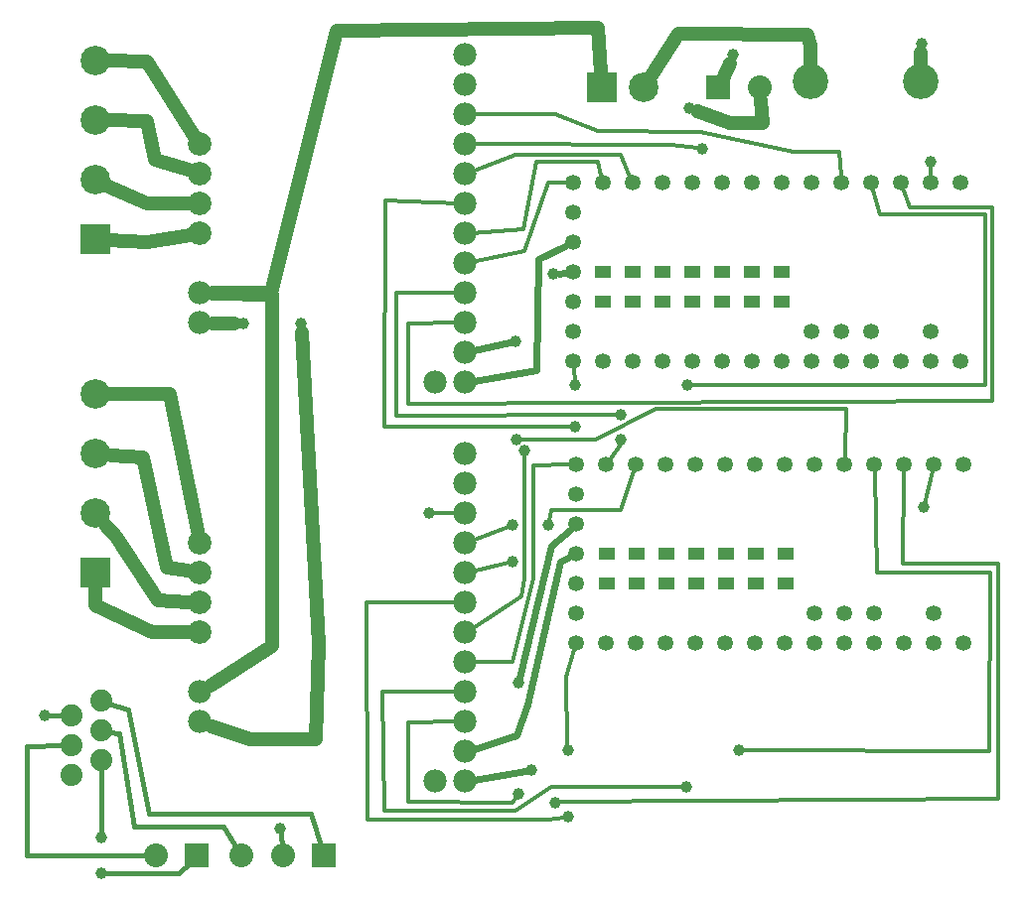
<source format=gbl>
G04 MADE WITH FRITZING*
G04 WWW.FRITZING.ORG*
G04 DOUBLE SIDED*
G04 HOLES PLATED*
G04 CONTOUR ON CENTER OF CONTOUR VECTOR*
%ASAXBY*%
%FSLAX23Y23*%
%MOIN*%
%OFA0B0*%
%SFA1.0B1.0*%
%ADD10C,0.079370*%
%ADD11C,0.099055*%
%ADD12C,0.039370*%
%ADD13C,0.053000*%
%ADD14C,0.080000*%
%ADD15C,0.118740*%
%ADD16C,0.082000*%
%ADD17C,0.078000*%
%ADD18C,0.074000*%
%ADD19R,0.099055X0.099055*%
%ADD20R,0.052264X0.039500*%
%ADD21R,0.080000X0.080000*%
%ADD22R,0.082000X0.082000*%
%ADD23C,0.048000*%
%ADD24C,0.024000*%
%ADD25C,0.012000*%
%ADD26C,0.016000*%
%LNCOPPER0*%
G90*
G70*
G54D10*
X834Y2490D03*
X834Y2390D03*
X834Y2290D03*
X834Y2190D03*
X834Y1150D03*
X834Y1050D03*
X834Y950D03*
X834Y850D03*
G54D11*
X484Y1050D03*
X484Y1250D03*
X484Y1450D03*
X484Y1650D03*
X484Y2170D03*
X484Y2370D03*
X484Y2570D03*
X484Y2770D03*
G54D12*
X2475Y2611D03*
X3263Y1270D03*
X1883Y1210D03*
X1883Y1089D03*
X1945Y389D03*
X1904Y680D03*
X2025Y279D03*
X1904Y309D03*
X2245Y1499D03*
X1924Y1460D03*
X2004Y1210D03*
X1895Y1499D03*
X2094Y1540D03*
X3255Y2829D03*
X1603Y1250D03*
X2624Y2790D03*
X1173Y1888D03*
X980Y1888D03*
X2521Y2475D03*
X3287Y2433D03*
X2470Y1680D03*
X2093Y1680D03*
X2245Y1580D03*
X1893Y1829D03*
X2020Y2054D03*
X2644Y454D03*
X2468Y330D03*
X2069Y454D03*
X2069Y230D03*
G54D13*
X2087Y1760D03*
X2187Y1760D03*
X2287Y1760D03*
X2387Y1760D03*
X2487Y1760D03*
X2587Y1760D03*
X2687Y1760D03*
X2787Y1760D03*
X2887Y1760D03*
X2987Y1760D03*
X3087Y1760D03*
X3187Y1760D03*
X3287Y1760D03*
X3387Y1760D03*
X3287Y1860D03*
X2087Y2360D03*
X2187Y2360D03*
X2287Y2360D03*
X2387Y2360D03*
X2487Y2360D03*
X2587Y2360D03*
X2687Y2360D03*
X2787Y2360D03*
X2887Y2360D03*
X2987Y2360D03*
X3087Y2360D03*
X3187Y2360D03*
X3287Y2360D03*
X3387Y2360D03*
X2987Y1860D03*
X3087Y1860D03*
X2887Y1860D03*
X2087Y2160D03*
X2087Y2260D03*
X2087Y2060D03*
X2087Y1860D03*
X2087Y1960D03*
X2098Y815D03*
X2198Y815D03*
X2298Y815D03*
X2398Y815D03*
X2498Y815D03*
X2598Y815D03*
X2698Y815D03*
X2798Y815D03*
X2898Y815D03*
X2998Y815D03*
X3098Y815D03*
X3198Y815D03*
X3298Y815D03*
X3398Y815D03*
X3298Y915D03*
X2098Y1415D03*
X2198Y1415D03*
X2298Y1415D03*
X2398Y1415D03*
X2498Y1415D03*
X2598Y1415D03*
X2698Y1415D03*
X2798Y1415D03*
X2898Y1415D03*
X2998Y1415D03*
X3098Y1415D03*
X3198Y1415D03*
X3298Y1415D03*
X3398Y1415D03*
X2998Y915D03*
X3098Y915D03*
X2898Y915D03*
X2098Y1215D03*
X2098Y1315D03*
X2098Y1115D03*
X2098Y915D03*
X2098Y1015D03*
G54D14*
X2574Y2680D03*
X2712Y2680D03*
G54D15*
X2884Y2700D03*
X3254Y2700D03*
G54D16*
X3254Y2700D03*
X2886Y2700D03*
G54D17*
X1724Y2790D03*
X1724Y2690D03*
X1724Y2590D03*
X1724Y2490D03*
X1724Y2390D03*
X1724Y2290D03*
X1724Y2190D03*
X1724Y2090D03*
X1724Y1990D03*
X1724Y1890D03*
X1724Y1790D03*
X1724Y1450D03*
X1724Y1350D03*
X1724Y1250D03*
X1724Y1150D03*
X1724Y1050D03*
X1724Y950D03*
X1724Y850D03*
X1724Y750D03*
X1724Y650D03*
X1724Y550D03*
X1724Y450D03*
X834Y1990D03*
X834Y1890D03*
X834Y650D03*
X834Y550D03*
X1724Y1690D03*
X1624Y1690D03*
X1724Y350D03*
X1624Y350D03*
G54D11*
X2184Y2680D03*
X2322Y2680D03*
G54D18*
X504Y620D03*
X404Y570D03*
X504Y520D03*
X404Y470D03*
X504Y420D03*
X404Y370D03*
G54D14*
X1250Y100D03*
X1112Y100D03*
X974Y100D03*
X824Y100D03*
X686Y100D03*
G54D12*
X503Y160D03*
X503Y40D03*
X314Y570D03*
X1103Y190D03*
G54D19*
X484Y1050D03*
X484Y2170D03*
G54D20*
X2688Y1960D03*
X2688Y2060D03*
X2788Y1960D03*
X2788Y2060D03*
X2588Y1960D03*
X2488Y1960D03*
X2388Y1960D03*
X2288Y1960D03*
X2188Y1960D03*
X2188Y2060D03*
X2288Y2060D03*
X2388Y2060D03*
X2488Y2060D03*
X2588Y2060D03*
X2699Y1015D03*
X2699Y1115D03*
X2799Y1015D03*
X2799Y1115D03*
X2599Y1015D03*
X2499Y1015D03*
X2399Y1015D03*
X2299Y1015D03*
X2199Y1015D03*
X2199Y1115D03*
X2299Y1115D03*
X2399Y1115D03*
X2499Y1115D03*
X2599Y1115D03*
G54D21*
X2574Y2680D03*
G54D22*
X3255Y2700D03*
G54D19*
X2184Y2680D03*
G54D21*
X1250Y100D03*
X824Y100D03*
G54D23*
X734Y1651D02*
X826Y1191D01*
D02*
X536Y1650D02*
X734Y1651D01*
D02*
X724Y1069D02*
X793Y1057D01*
D02*
X643Y1439D02*
X724Y1069D01*
D02*
X536Y1446D02*
X643Y1439D01*
D02*
X693Y959D02*
X792Y953D01*
D02*
X554Y1170D02*
X693Y959D01*
D02*
X518Y1211D02*
X554Y1170D01*
D02*
X674Y850D02*
X792Y850D01*
D02*
X484Y940D02*
X674Y850D01*
D02*
X484Y998D02*
X484Y940D01*
G54D24*
D02*
X1926Y386D02*
X1754Y355D01*
D02*
X2014Y1140D02*
X1908Y698D01*
D02*
X2075Y1195D02*
X2014Y1140D01*
D02*
X2043Y1089D02*
X2071Y1102D01*
D02*
X1934Y609D02*
X2043Y1089D01*
D02*
X1895Y504D02*
X1934Y609D01*
G54D25*
D02*
X1913Y970D02*
X1745Y863D01*
D02*
X2245Y1480D02*
X2245Y1486D01*
D02*
X2213Y1435D02*
X2245Y1480D01*
D02*
X1954Y1030D02*
X1954Y1410D01*
D02*
X1954Y1410D02*
X2073Y1414D01*
D02*
X1883Y750D02*
X1954Y1030D01*
D02*
X1748Y750D02*
X1883Y751D01*
D02*
X1924Y1446D02*
X1924Y1030D01*
D02*
X1924Y1030D02*
X1913Y970D01*
D02*
X1617Y1250D02*
X1714Y1250D01*
G54D23*
D02*
X2613Y2560D02*
X2503Y2601D01*
D02*
X2723Y2561D02*
X2614Y2561D01*
D02*
X2716Y2638D02*
X2723Y2561D01*
D02*
X3254Y2799D02*
X3254Y2743D01*
D02*
X2592Y2718D02*
X2612Y2763D01*
D02*
X1075Y1986D02*
X875Y1989D01*
D02*
X1075Y805D02*
X1075Y1986D01*
D02*
X869Y672D02*
X1075Y805D01*
D02*
X1004Y491D02*
X873Y536D01*
D02*
X1224Y491D02*
X1004Y491D01*
D02*
X1234Y810D02*
X1224Y491D01*
D02*
X1175Y1858D02*
X1234Y811D01*
D02*
X875Y1889D02*
X950Y1888D01*
D02*
X2169Y2881D02*
X2180Y2732D01*
D02*
X1294Y2871D02*
X2169Y2881D01*
D02*
X1074Y1990D02*
X1294Y2871D01*
D02*
X875Y1990D02*
X1074Y1990D01*
D02*
X2883Y2819D02*
X2884Y2762D01*
D02*
X2873Y2859D02*
X2883Y2820D01*
D02*
X2439Y2863D02*
X2874Y2859D01*
D02*
X2350Y2723D02*
X2439Y2863D01*
G54D25*
D02*
X2025Y2591D02*
X1748Y2590D01*
D02*
X2169Y2535D02*
X2025Y2591D01*
D02*
X2512Y2531D02*
X2169Y2535D01*
D02*
X2828Y2464D02*
X2512Y2531D01*
D02*
X2980Y2464D02*
X2828Y2464D01*
D02*
X2986Y2385D02*
X2980Y2464D01*
D02*
X2414Y2489D02*
X1749Y2490D01*
D02*
X2508Y2477D02*
X2414Y2489D01*
D02*
X3287Y2385D02*
X3287Y2420D01*
D02*
X3494Y2279D02*
X3218Y2279D01*
D02*
X3218Y2279D02*
X3196Y2336D01*
D02*
X3494Y1629D02*
X3494Y2279D01*
D02*
X1534Y1619D02*
X3494Y1629D01*
D02*
X1534Y1889D02*
X1534Y1619D01*
D02*
X1699Y1890D02*
X1534Y1889D01*
D02*
X3118Y2255D02*
X3094Y2336D01*
D02*
X1494Y1991D02*
X1494Y1579D01*
D02*
X2483Y1680D02*
X3470Y1680D01*
D02*
X3470Y1680D02*
X3470Y2255D01*
D02*
X3470Y2255D02*
X3118Y2255D01*
D02*
X1699Y1990D02*
X1494Y1991D01*
D02*
X2245Y2455D02*
X2277Y2383D01*
D02*
X1893Y2455D02*
X2245Y2455D01*
D02*
X1747Y2399D02*
X1893Y2455D01*
D02*
X1920Y2206D02*
X1748Y2192D01*
D02*
X1963Y2430D02*
X1920Y2206D01*
D02*
X2169Y2431D02*
X1963Y2430D01*
D02*
X2181Y2384D02*
X2169Y2431D01*
D02*
X1455Y2301D02*
X1699Y2291D01*
D02*
X1454Y1540D02*
X1455Y2301D01*
D02*
X2080Y1540D02*
X1454Y1540D01*
D02*
X2089Y1735D02*
X2092Y1694D01*
D02*
X1494Y1579D02*
X2231Y1580D01*
D02*
X2003Y2360D02*
X2062Y2360D01*
D02*
X1923Y2130D02*
X2003Y2360D01*
D02*
X1748Y2095D02*
X1923Y2130D01*
G54D24*
D02*
X1969Y2106D02*
X2059Y2147D01*
D02*
X1963Y1730D02*
X1969Y2106D01*
D02*
X1754Y1695D02*
X1963Y1730D01*
D02*
X1874Y1825D02*
X1753Y1797D01*
D02*
X2057Y2057D02*
X2039Y2056D01*
G54D25*
D02*
X1714Y1250D02*
X1699Y1249D01*
D02*
X2364Y1600D02*
X2164Y1499D01*
D02*
X2164Y1499D02*
X1908Y1499D01*
D02*
X3004Y1600D02*
X2364Y1600D01*
D02*
X2999Y1440D02*
X3004Y1600D01*
D02*
X1871Y1206D02*
X1747Y1159D01*
D02*
X3292Y1391D02*
X3266Y1283D01*
D02*
X2245Y1261D02*
X2290Y1391D01*
D02*
X2007Y1224D02*
X2014Y1261D01*
D02*
X2014Y1261D02*
X2245Y1261D01*
D02*
X1748Y1056D02*
X1870Y1086D01*
D02*
X1394Y950D02*
X1699Y950D01*
D02*
X1395Y221D02*
X1394Y950D01*
D02*
X2003Y221D02*
X1395Y221D01*
D02*
X2055Y228D02*
X2003Y221D01*
D02*
X2091Y791D02*
X2063Y700D01*
D02*
X2063Y700D02*
X2068Y468D01*
D02*
X2038Y280D02*
X3514Y291D01*
D02*
X1883Y279D02*
X1896Y298D01*
D02*
X3513Y1081D02*
X3194Y1080D01*
D02*
X3194Y1080D02*
X3198Y1390D01*
D02*
X3514Y291D02*
X3513Y1081D01*
D02*
X1534Y281D02*
X1883Y279D01*
D02*
X1534Y549D02*
X1534Y281D01*
D02*
X1699Y550D02*
X1534Y549D01*
D02*
X3105Y1050D02*
X3099Y1390D01*
D02*
X2658Y454D02*
X3483Y450D01*
D02*
X3483Y450D02*
X3485Y1050D01*
D02*
X3485Y1050D02*
X3105Y1050D01*
D02*
X1699Y650D02*
X1445Y651D01*
D02*
X2014Y330D02*
X2455Y330D01*
D02*
X1894Y250D02*
X2014Y330D01*
D02*
X1454Y250D02*
X1894Y250D01*
D02*
X1445Y651D02*
X1454Y250D01*
G54D24*
D02*
X1753Y459D02*
X1895Y504D01*
G54D23*
D02*
X655Y2769D02*
X525Y2770D01*
D02*
X817Y2516D02*
X655Y2769D01*
D02*
X684Y2439D02*
X805Y2400D01*
D02*
X655Y2569D02*
X684Y2439D01*
D02*
X525Y2570D02*
X655Y2569D01*
D02*
X655Y2291D02*
X521Y2353D01*
D02*
X803Y2290D02*
X655Y2291D01*
D02*
X655Y2161D02*
X525Y2168D01*
D02*
X804Y2185D02*
X655Y2161D01*
G54D26*
D02*
X253Y469D02*
X373Y470D01*
D02*
X655Y100D02*
X253Y100D01*
D02*
X253Y100D02*
X253Y469D01*
D02*
X503Y174D02*
X504Y394D01*
D02*
X802Y78D02*
X764Y40D01*
D02*
X764Y40D02*
X517Y40D01*
D02*
X564Y510D02*
X529Y516D01*
D02*
X614Y199D02*
X564Y510D01*
D02*
X913Y199D02*
X614Y199D01*
D02*
X961Y122D02*
X913Y199D01*
D02*
X594Y590D02*
X528Y612D01*
D02*
X663Y240D02*
X594Y590D01*
D02*
X1242Y124D02*
X1205Y240D01*
D02*
X1205Y240D02*
X663Y240D01*
D02*
X327Y570D02*
X378Y570D01*
D02*
X1109Y125D02*
X1105Y177D01*
G04 End of Copper0*
M02*
</source>
